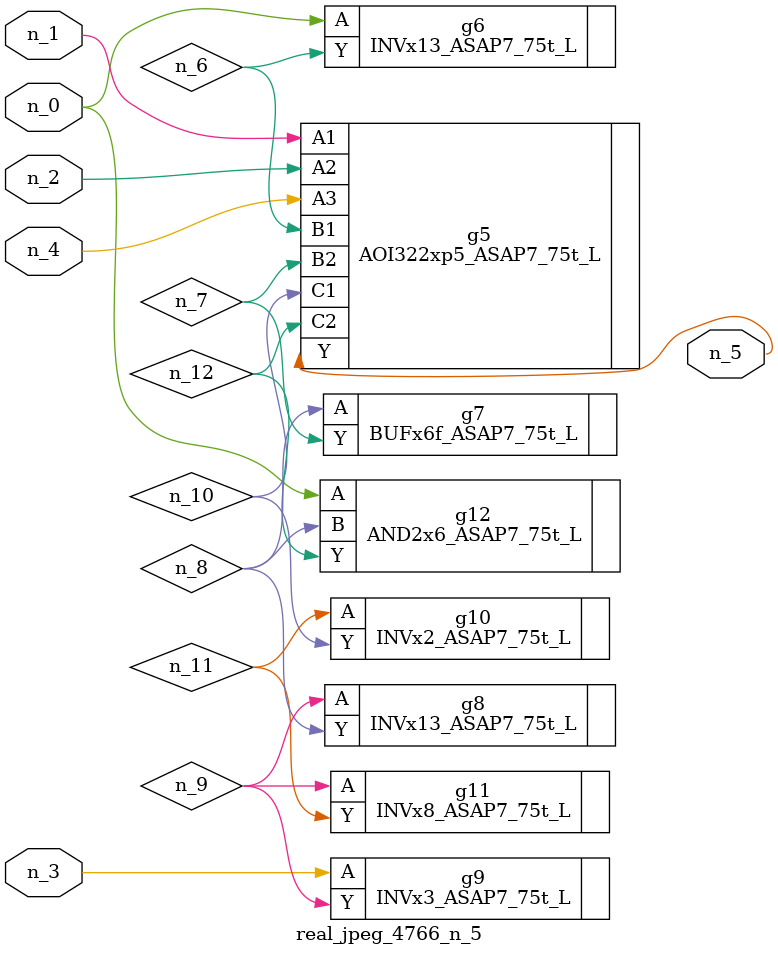
<source format=v>
module real_jpeg_4766_n_5 (n_4, n_0, n_1, n_2, n_3, n_5);

input n_4;
input n_0;
input n_1;
input n_2;
input n_3;

output n_5;

wire n_12;
wire n_8;
wire n_11;
wire n_6;
wire n_7;
wire n_10;
wire n_9;

INVx13_ASAP7_75t_L g6 ( 
.A(n_0),
.Y(n_6)
);

AND2x6_ASAP7_75t_L g12 ( 
.A(n_0),
.B(n_8),
.Y(n_12)
);

AOI322xp5_ASAP7_75t_L g5 ( 
.A1(n_1),
.A2(n_2),
.A3(n_4),
.B1(n_6),
.B2(n_7),
.C1(n_10),
.C2(n_12),
.Y(n_5)
);

INVx3_ASAP7_75t_L g9 ( 
.A(n_3),
.Y(n_9)
);

BUFx6f_ASAP7_75t_L g7 ( 
.A(n_8),
.Y(n_7)
);

INVx13_ASAP7_75t_L g8 ( 
.A(n_9),
.Y(n_8)
);

INVx8_ASAP7_75t_L g11 ( 
.A(n_9),
.Y(n_11)
);

INVx2_ASAP7_75t_L g10 ( 
.A(n_11),
.Y(n_10)
);


endmodule
</source>
